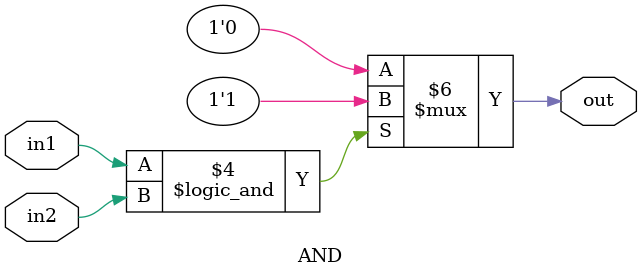
<source format=v>
module AND(in1, in2, out);
input in1, in2;
output reg out;
always@(in1, in2)
begin
    if(in1 == 1'b1 && in2 == 1'b1)
        out = 1'b1;
    else
        out = 1'b0;
end
endmodule

</source>
